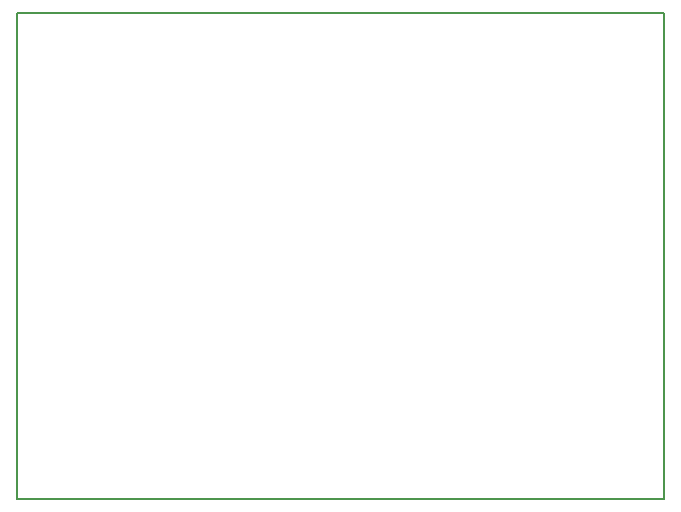
<source format=gbr>
G04 #@! TF.FileFunction,Profile,NP*
%FSLAX46Y46*%
G04 Gerber Fmt 4.6, Leading zero omitted, Abs format (unit mm)*
G04 Created by KiCad (PCBNEW 201611132049+7352~55~ubuntu16.04.1-product) date Tue Nov 15 13:48:38 2016*
%MOMM*%
%LPD*%
G01*
G04 APERTURE LIST*
%ADD10C,0.100000*%
%ADD11C,0.150000*%
G04 APERTURE END LIST*
D10*
D11*
X142494000Y-131191000D02*
X142494000Y-90043000D01*
X87757000Y-90038101D02*
X87757000Y-131191000D01*
X142494000Y-90043000D02*
X87757000Y-90043000D01*
X87757000Y-131191000D02*
X142494000Y-131191000D01*
M02*

</source>
